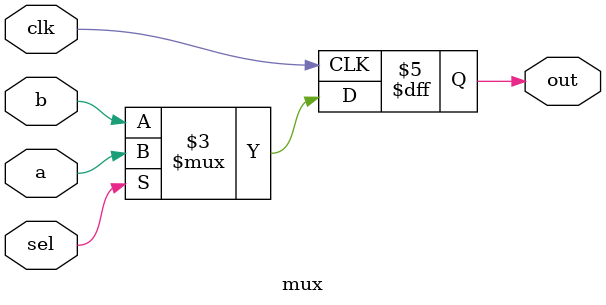
<source format=sv>
module mux (out, a, b, sel, clk);
	input a, b;
	input clk;
	input sel;
	output out;
	
	always @(posedge clk)
	begin
		if (sel)
			out = a;
		else 
			begin
			out = b;
			end 
	end 
	
endmodule
</source>
